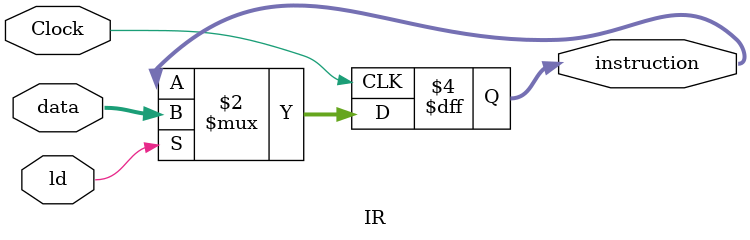
<source format=sv>
/*
	TCES330 Spring 2025
	File Name: IR.sv
	Project, Simple Processor
	Author: Abduallah Almaroof and Olega Obini 
	Description:
		This module implements the Instruction Register (IR) for a simple processor.
		It captures the instruction data on the rising edge of the clock when the load signal is high.
*/

`timescale 1ps/1ps
module IR (Clock, ld, data, instruction);

	input ld, Clock;
	input [15:0] data;
	output logic [15:0] instruction; 

	always_ff @ (posedge Clock) begin
		if (ld) instruction <= data;
	end
endmodule
</source>
